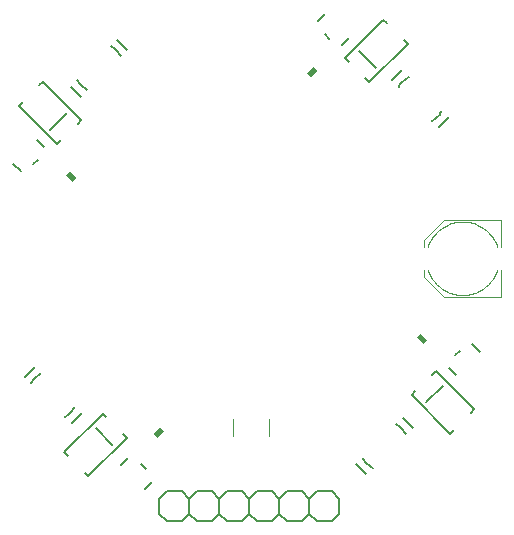
<source format=gto>
G75*
G70*
%OFA0B0*%
%FSLAX24Y24*%
%IPPOS*%
%LPD*%
%AMOC8*
5,1,8,0,0,1.08239X$1,22.5*
%
%ADD10R,0.0180X0.0300*%
%ADD11C,0.0080*%
%ADD12C,0.0079*%
%ADD13C,0.0040*%
%ADD14C,0.0060*%
D10*
G36*
X015913Y013053D02*
X015786Y013180D01*
X015997Y013391D01*
X016124Y013264D01*
X015913Y013053D01*
G37*
G36*
X012862Y021797D02*
X012989Y021924D01*
X013200Y021713D01*
X013073Y021586D01*
X012862Y021797D01*
G37*
G36*
X021113Y025404D02*
X021240Y025277D01*
X021029Y025066D01*
X020902Y025193D01*
X021113Y025404D01*
G37*
G36*
X024880Y016309D02*
X024753Y016182D01*
X024542Y016393D01*
X024669Y016520D01*
X024880Y016309D01*
G37*
D11*
X014076Y013848D02*
X012796Y012567D01*
X012921Y012442D01*
X013478Y011885D02*
X013603Y011760D01*
X014884Y013041D01*
X014758Y013166D01*
X014396Y012804D02*
X013840Y013361D01*
X014202Y013723D02*
X014076Y013848D01*
X014930Y012376D02*
X014691Y012137D01*
X015357Y012161D02*
X015507Y012011D01*
X015722Y011584D02*
X015483Y011345D01*
X024374Y014467D02*
X024499Y014592D01*
X024374Y014467D02*
X025655Y013186D01*
X025780Y013311D01*
X026337Y013868D02*
X026462Y013993D01*
X025181Y015274D01*
X025056Y015149D01*
X025418Y014787D02*
X024861Y014230D01*
X025849Y015129D02*
X025610Y015368D01*
X025825Y015795D02*
X025974Y015945D01*
X026402Y016160D02*
X026641Y015921D01*
X022956Y024898D02*
X022831Y025023D01*
X022956Y024898D02*
X024237Y026179D01*
X024111Y026304D01*
X023555Y026861D02*
X023429Y026986D01*
X022149Y025705D01*
X022274Y025580D01*
X022636Y025942D02*
X023193Y025385D01*
X022294Y026373D02*
X022055Y026133D01*
X021628Y026349D02*
X021478Y026498D01*
X021263Y026925D02*
X021502Y027165D01*
X013368Y023640D02*
X013243Y023515D01*
X013368Y023640D02*
X012087Y024921D01*
X011962Y024795D01*
X011405Y024239D02*
X011280Y024113D01*
X012560Y022833D01*
X012686Y022958D01*
X012324Y023320D02*
X012881Y023877D01*
X011893Y022978D02*
X012132Y022739D01*
X011917Y022312D02*
X011768Y022162D01*
X011340Y021947D02*
X011101Y022186D01*
D12*
X013344Y024420D02*
X013010Y024754D01*
X013232Y024977D02*
X013258Y024931D01*
X013287Y024886D01*
X013319Y024843D01*
X013354Y024803D01*
X013392Y024765D01*
X013432Y024730D01*
X013475Y024698D01*
X013520Y024669D01*
X013566Y024643D01*
X014680Y025757D02*
X014654Y025803D01*
X014625Y025848D01*
X014593Y025891D01*
X014558Y025931D01*
X014520Y025969D01*
X014480Y026004D01*
X014437Y026036D01*
X014392Y026065D01*
X014346Y026091D01*
X014569Y026313D02*
X014903Y025979D01*
X023721Y024957D02*
X024055Y025291D01*
X024277Y025068D02*
X024231Y025042D01*
X024186Y025013D01*
X024143Y024981D01*
X024103Y024946D01*
X024065Y024908D01*
X024030Y024868D01*
X023998Y024825D01*
X023969Y024780D01*
X023943Y024734D01*
X025057Y023621D02*
X025103Y023647D01*
X025148Y023676D01*
X025191Y023708D01*
X025231Y023743D01*
X025269Y023781D01*
X025304Y023821D01*
X025336Y023864D01*
X025365Y023909D01*
X025391Y023955D01*
X025614Y023732D02*
X025279Y023398D01*
X024076Y013717D02*
X024410Y013383D01*
X024188Y013160D02*
X024162Y013206D01*
X024133Y013251D01*
X024101Y013294D01*
X024066Y013334D01*
X024028Y013372D01*
X023988Y013407D01*
X023945Y013439D01*
X023900Y013468D01*
X023854Y013494D01*
X022740Y012380D02*
X022766Y012334D01*
X022795Y012289D01*
X022827Y012246D01*
X022862Y012206D01*
X022900Y012168D01*
X022940Y012133D01*
X022983Y012101D01*
X023028Y012072D01*
X023074Y012046D01*
X022852Y011824D02*
X022517Y012158D01*
X013373Y013863D02*
X013039Y013529D01*
X012816Y013752D02*
X012862Y013778D01*
X012907Y013807D01*
X012950Y013839D01*
X012990Y013874D01*
X013028Y013912D01*
X013063Y013952D01*
X013095Y013995D01*
X013124Y014040D01*
X013150Y014086D01*
X012036Y015199D02*
X011990Y015173D01*
X011945Y015144D01*
X011902Y015112D01*
X011862Y015077D01*
X011824Y015039D01*
X011789Y014999D01*
X011757Y014956D01*
X011728Y014911D01*
X011702Y014865D01*
X011480Y015088D02*
X011814Y015422D01*
D13*
X018409Y013685D02*
X018409Y013095D01*
X019629Y013095D02*
X019629Y013685D01*
X024791Y018418D02*
X024791Y018654D01*
X024791Y018418D02*
X025460Y017748D01*
X027350Y017748D01*
X027350Y018654D01*
X027350Y019402D02*
X027350Y020307D01*
X025460Y020307D01*
X024791Y019638D01*
X024791Y019402D01*
X024909Y018654D02*
X024931Y018590D01*
X024958Y018527D01*
X024988Y018465D01*
X025021Y018406D01*
X025057Y018348D01*
X025097Y018292D01*
X025140Y018239D01*
X025185Y018188D01*
X025233Y018140D01*
X025284Y018095D01*
X025338Y018052D01*
X025394Y018013D01*
X025451Y017976D01*
X025511Y017943D01*
X025573Y017914D01*
X025636Y017888D01*
X025700Y017865D01*
X025766Y017846D01*
X025833Y017831D01*
X025900Y017820D01*
X025968Y017812D01*
X026036Y017808D01*
X026104Y017808D01*
X026172Y017812D01*
X026240Y017820D01*
X026307Y017831D01*
X026374Y017846D01*
X026440Y017865D01*
X026504Y017888D01*
X026567Y017914D01*
X026629Y017943D01*
X026689Y017976D01*
X026746Y018013D01*
X026802Y018052D01*
X026856Y018095D01*
X026907Y018140D01*
X026955Y018188D01*
X027000Y018239D01*
X027043Y018292D01*
X027083Y018348D01*
X027119Y018406D01*
X027152Y018465D01*
X027182Y018527D01*
X027209Y018590D01*
X027231Y018654D01*
X027231Y019402D02*
X027209Y019466D01*
X027182Y019529D01*
X027152Y019591D01*
X027119Y019650D01*
X027083Y019708D01*
X027043Y019764D01*
X027000Y019817D01*
X026955Y019868D01*
X026907Y019916D01*
X026856Y019961D01*
X026802Y020004D01*
X026746Y020043D01*
X026689Y020080D01*
X026629Y020113D01*
X026567Y020142D01*
X026504Y020168D01*
X026440Y020191D01*
X026374Y020210D01*
X026307Y020225D01*
X026240Y020236D01*
X026172Y020244D01*
X026104Y020248D01*
X026036Y020248D01*
X025968Y020244D01*
X025900Y020236D01*
X025833Y020225D01*
X025766Y020210D01*
X025700Y020191D01*
X025636Y020168D01*
X025573Y020142D01*
X025511Y020113D01*
X025451Y020080D01*
X025394Y020043D01*
X025338Y020004D01*
X025284Y019961D01*
X025233Y019916D01*
X025185Y019868D01*
X025140Y019817D01*
X025097Y019764D01*
X025057Y019708D01*
X025021Y019650D01*
X024988Y019591D01*
X024958Y019529D01*
X024931Y019466D01*
X024909Y019402D01*
D14*
X021710Y011260D02*
X021210Y011260D01*
X020960Y011010D01*
X020710Y011260D01*
X020210Y011260D01*
X019960Y011010D01*
X019960Y010510D01*
X020210Y010260D01*
X020710Y010260D01*
X020960Y010510D01*
X020960Y011010D01*
X020960Y010510D02*
X021210Y010260D01*
X021710Y010260D01*
X021960Y010510D01*
X021960Y011010D01*
X021710Y011260D01*
X019960Y011010D02*
X019710Y011260D01*
X019210Y011260D01*
X018960Y011010D01*
X018710Y011260D01*
X018210Y011260D01*
X017960Y011010D01*
X017710Y011260D01*
X017210Y011260D01*
X016960Y011010D01*
X016710Y011260D01*
X016210Y011260D01*
X015960Y011010D01*
X015960Y010510D01*
X016210Y010260D01*
X016710Y010260D01*
X016960Y010510D01*
X016960Y011010D01*
X016960Y010510D02*
X017210Y010260D01*
X017710Y010260D01*
X017960Y010510D01*
X017960Y011010D01*
X017960Y010510D02*
X018210Y010260D01*
X018710Y010260D01*
X018960Y010510D01*
X018960Y011010D01*
X018960Y010510D02*
X019210Y010260D01*
X019710Y010260D01*
X019960Y010510D01*
M02*

</source>
